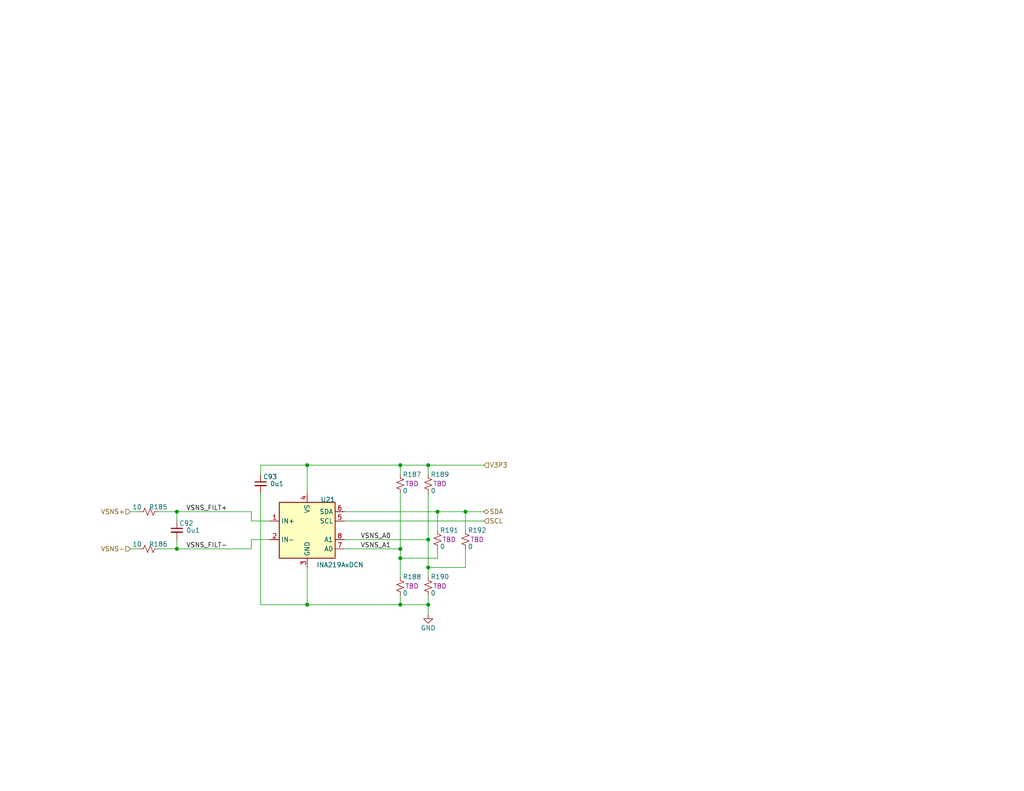
<source format=kicad_sch>
(kicad_sch (version 20211123) (generator eeschema)
  (paper "A")
  (title_block (title "Clock-Radio Main") (date "2022-03-05") (rev "0.5") (company "Ruralguru Projects") (comment 1 "Earl Watkins"))
  (lib_symbols
    (symbol "Analog_ADC:INA219AxDCN"
      (property "Reference" "U" (at -6.35 8.89 0))
      (property "Value" "INA219AxDCN" (at 6.35 8.89 0))
      (symbol "INA219AxDCN_0_1"
        (rectangle (start -7.62 7.62) (end 7.62 -7.62) (stroke (width 0.254)) (fill (type background)))
      )
      (symbol "INA219AxDCN_1_1"
        (pin input line (at -10.16 2.54 0) (length 2.54) (name "IN+") (number "1"))
        (pin input line (at -10.16 -2.54 0) (length 2.54) (name "IN-") (number "2"))
        (pin power_in line (at 0 -10.16 90) (length 2.54) (name "GND") (number "3"))
        (pin power_in line (at 0 10.16 270) (length 2.54) (name "VS") (number "4"))
        (pin input line (at 10.16 2.54 180) (length 2.54) (name "SCL") (number "5"))
        (pin bidirectional line (at 10.16 5.08 180) (length 2.54) (name "SDA") (number "6"))
        (pin input line (at 10.16 -5.08 180) (length 2.54) (name "A0") (number "7"))
        (pin input line (at 10.16 -2.54 180) (length 2.54) (name "A1") (number "8"))
      )
    )
    (symbol "Device:C_Small" (pin_numbers hide) (pin_names (offset 0.254) hide)
      (property "Reference" "C" (at 0.254 1.778 0))
      (property "Value" "C_Small" (at 0.254 -2.032 0))
      (symbol "C_Small_0_1"
        (polyline (pts (xy -1.524 -0.508) (xy 1.524 -0.508)) (stroke (width 0.3302)))
        (polyline (pts (xy -1.524 0.508) (xy 1.524 0.508)) (stroke (width 0.3048)))
      )
      (symbol "C_Small_1_1"
        (pin passive line (at 0 2.54 270) (length 2.032) (name "~") (number "1"))
        (pin passive line (at 0 -2.54 90) (length 2.032) (name "~") (number "2"))
      )
    )
    (symbol "Device:R_Small_US" (pin_numbers hide) (pin_names (offset 0.254) hide)
      (property "Reference" "R" (at 0.762 0.508 0))
      (property "Value" "R_Small_US" (at 0.762 -1.016 0))
      (symbol "R_Small_US_1_1"
        (polyline (pts (xy 0 0) (xy 1.016 -0.381) (xy 0 -0.762) (xy -1.016 -1.143) (xy 0 -1.524)))
        (polyline (pts (xy 0 1.524) (xy 1.016 1.143) (xy 0 0.762) (xy -1.016 0.381) (xy 0 0)))
        (pin passive line (at 0 2.54 270) (length 1.016) (name "~") (number "1"))
        (pin passive line (at 0 -2.54 90) (length 1.016) (name "~") (number "2"))
      )
    )
    (symbol "power:GND" (power) (pin_names (offset 0))
      (property "Value" "GND" (at 0 -3.81 0))
      (symbol "GND_0_1"
        (polyline (pts (xy 0 0) (xy 0 -1.27) (xy 1.27 -1.27) (xy 0 -2.54) (xy -1.27 -1.27) (xy 0 -1.27)))
      )
      (symbol "GND_1_1"
        (pin power_in line (at 0 0 270) (length 0) hide (name "GND") (number "1"))
      )
    )
  )
  (junction (at 109.22 165.1))
  (junction (at 116.84 165.1))
  (junction (at 48.26 139.7))
  (junction (at 109.22 149.86))
  (junction (at 116.84 127))
  (junction (at 83.82 165.1))
  (junction (at 119.38 139.7))
  (junction (at 127 139.7))
  (junction (at 48.26 149.86))
  (junction (at 83.82 127))
  (junction (at 116.84 147.32))
  (junction (at 116.84 154.94))
  (junction (at 109.22 127))
  (junction (at 109.22 152.4))
  (wire (pts (xy 109.22 127) (xy 83.82 127)))
  (wire (pts (xy 116.84 165.1) (xy 109.22 165.1)))
  (wire (pts (xy 48.26 139.7) (xy 48.26 142.24)))
  (wire (pts (xy 93.98 139.7) (xy 119.38 139.7)))
  (wire (pts (xy 109.22 127) (xy 109.22 129.54)))
  (wire (pts (xy 71.12 165.1) (xy 83.82 165.1)))
  (wire (pts (xy 48.26 147.32) (xy 48.26 149.86)))
  (wire (pts (xy 116.84 165.1) (xy 116.84 167.64)))
  (wire (pts (xy 109.22 162.56) (xy 109.22 165.1)))
  (wire (pts (xy 93.98 149.86) (xy 109.22 149.86)))
  (wire (pts (xy 71.12 127) (xy 71.12 129.54)))
  (wire (pts (xy 127 139.7) (xy 132.08 139.7)))
  (wire (pts (xy 38.1 149.86) (xy 35.56 149.86)))
  (wire (pts (xy 116.84 127) (xy 109.22 127)))
  (wire (pts (xy 83.82 154.94) (xy 83.82 165.1)))
  (wire (pts (xy 116.84 147.32) (xy 116.84 154.94)))
  (wire (pts (xy 73.66 142.24) (xy 68.58 142.24)))
  (wire (pts (xy 116.84 129.54) (xy 116.84 127)))
  (wire (pts (xy 116.84 134.62) (xy 116.84 147.32)))
  (wire (pts (xy 109.22 152.4) (xy 119.38 152.4)))
  (wire (pts (xy 109.22 165.1) (xy 83.82 165.1)))
  (wire (pts (xy 68.58 147.32) (xy 73.66 147.32)))
  (wire (pts (xy 116.84 154.94) (xy 127 154.94)))
  (wire (pts (xy 68.58 139.7) (xy 68.58 142.24)))
  (wire (pts (xy 119.38 139.7) (xy 127 139.7)))
  (wire (pts (xy 68.58 147.32) (xy 68.58 149.86)))
  (wire (pts (xy 93.98 142.24) (xy 132.08 142.24)))
  (wire (pts (xy 116.84 162.56) (xy 116.84 165.1)))
  (wire (pts (xy 38.1 139.7) (xy 35.56 139.7)))
  (wire (pts (xy 119.38 152.4) (xy 119.38 149.86)))
  (wire (pts (xy 119.38 139.7) (xy 119.38 144.78)))
  (wire (pts (xy 48.26 149.86) (xy 43.18 149.86)))
  (wire (pts (xy 83.82 127) (xy 83.82 134.62)))
  (wire (pts (xy 109.22 134.62) (xy 109.22 149.86)))
  (wire (pts (xy 116.84 154.94) (xy 116.84 157.48)))
  (wire (pts (xy 68.58 139.7) (xy 48.26 139.7)))
  (wire (pts (xy 71.12 134.62) (xy 71.12 165.1)))
  (wire (pts (xy 127 154.94) (xy 127 149.86)))
  (wire (pts (xy 109.22 149.86) (xy 109.22 152.4)))
  (wire (pts (xy 116.84 127) (xy 132.08 127)))
  (wire (pts (xy 83.82 127) (xy 71.12 127)))
  (wire (pts (xy 43.18 139.7) (xy 48.26 139.7)))
  (wire (pts (xy 109.22 152.4) (xy 109.22 157.48)))
  (wire (pts (xy 127 139.7) (xy 127 144.78)))
  (wire (pts (xy 68.58 149.86) (xy 48.26 149.86)))
  (wire (pts (xy 93.98 147.32) (xy 116.84 147.32)))
  (text "${SHEETNAME}" (at 12.7 30.48 0) (effects (font (size 10.16 10.16) (thickness 2.032) bold) (justify left bottom)))
  (label "VSNS_A1" (at 106.68 149.86 180))
  (label "VSNS_FILT-" (at 50.8 149.86 0))
  (label "VSNS_A0" (at 106.68 147.32 180))
  (label "VSNS_FILT+" (at 50.8 139.7 0))
  (hierarchical_label "SCL" (shape input) (at 132.08 142.24 0))
  (hierarchical_label "V3P3" (shape input) (at 132.08 127 0))
  (hierarchical_label "VSNS-" (shape input) (at 35.56 149.86 180))
  (hierarchical_label "SDA" (shape bidirectional) (at 132.08 139.7 0))
  (hierarchical_label "VSNS+" (shape input) (at 35.56 139.7 180))
  (symbol (lib_id "power:GND") (at 116.84 167.64 0)
    (property "Reference" "#PWR085" (effects hide))
    (property "Value" "GND" (at 116.84 171.45 0))
  )
  (symbol (lib_id "Device:C_Small") (at 48.26 144.78 0)
    (property "Reference" "C92" (at 48.895 142.875 0) (effects (justify left)))
    (property "Value" "0u1" (at 50.8 144.78 0) (effects (justify left)))
    (property "Footprint" "Capacitor_SMD:C_0603_1608Metric_Pad1.08x0.95mm_HandSolder" (effects hide))
    (property "Status" "ALWAYS" (effects hide))
    (property "MFR" "KEMET" (effects hide))
    (property "Vendor" "Mouser" (effects hide))
    (property "Vendor PN" "80-C0603C104J5R" (effects hide))
    (property "Description" "MLCC - SMD/SMT 50V 0.1uF X7R 0603 5%" (effects hide))
    (property "MPN" "C0603C104J5RACTU" (effects hide))
  )
  (symbol (lib_id "Device:R_Small_US") (at 40.64 139.7 270)
    (property "Reference" "R185" (at 43.18 138.43 90))
    (property "Value" "10" (at 38.7351 138.43 90) (effects (justify right)))
    (property "Footprint" "Resistor_SMD:R_0603_1608Metric_Pad0.98x0.95mm_HandSolder" (effects hide))
    (property "Description" "Resistors - SMD 10ohm 1% 1/10W" (effects hide))
    (property "MFR" "YAGEO" (effects hide))
    (property "MPN" "CR0603-FX-10R0ELF" (effects hide))
    (property "Vendor" "Mouser" (effects hide))
    (property "Vendor PN" "652-CR0603FX-10R0ELF" (effects hide))
  )
  (symbol (lib_id "Device:R_Small_US") (at 109.22 132.08 0)
    (property "Reference" "R187" (at 109.855 129.54 0) (effects (justify left)))
    (property "Value" "0" (at 109.855 133.985 0) (effects (justify left)))
    (property "Footprint" "Resistor_SMD:R_0603_1608Metric_Pad0.98x0.95mm_HandSolder" (effects hide))
    (property "Status" "TBD" (at 112.395 132.08 0))
    (property "Vendor" "Mouser" (effects hide))
    (property "Description" "Resistors - SMD 0 Ohms 100 mW 0603 1%" (effects hide))
    (property "MFR" "YAGEO" (effects hide))
    (property "MPN" "RC0603FR-130RL" (effects hide))
    (property "Vendor PN" "603-RC0603FR-130RL" (effects hide))
  )
  (symbol (lib_id "Device:R_Small_US") (at 116.84 160.02 0)
    (property "Reference" "R190" (at 117.475 157.48 0) (effects (justify left)))
    (property "Value" "0" (at 117.475 161.925 0) (effects (justify left)))
    (property "Footprint" "Resistor_SMD:R_0603_1608Metric_Pad0.98x0.95mm_HandSolder" (effects hide))
    (property "Status" "TBD" (at 120.015 160.02 0))
    (property "Vendor" "Mouser" (effects hide))
    (property "Description" "Resistors - SMD 0 Ohms 100 mW 0603 1%" (effects hide))
    (property "MFR" "YAGEO" (effects hide))
    (property "MPN" "RC0603FR-130RL" (effects hide))
    (property "Vendor PN" "603-RC0603FR-130RL" (effects hide))
  )
  (symbol (lib_id "Analog_ADC:INA219AxDCN") (at 83.82 144.78 0)
    (property "Reference" "U21" (at 91.44 137.16 0) (effects (justify right bottom)))
    (property "Value" "INA219AxDCN" (at 86.36 154.94 0) (effects (justify left bottom)))
    (property "Footprint" "Package_TO_SOT_SMD:SOT-23-8" (effects hide))
    (property "Datasheet" "http://www.ti.com/lit/ds/symlink/ina219.pdf" (effects hide))
    (property "Description" "Current & Power Monitors & Regulators 0-Drift Bi-Dir Crnt Pwr Monitor" (effects hide))
    (property "MFR" "Texas Instruments" (effects hide))
    (property "MPN" "INA219AIDCNR" (effects hide))
    (property "Status" "ALWAYS" (effects hide))
    (property "Vendor" "Mouser" (effects hide))
    (property "Vendor PN" "595-INA219AIDCNR" (effects hide))
  )
  (symbol (lib_id "Device:R_Small_US") (at 109.22 160.02 0)
    (property "Reference" "R188" (at 109.855 157.48 0) (effects (justify left)))
    (property "Value" "0" (at 109.855 161.925 0) (effects (justify left)))
    (property "Footprint" "Resistor_SMD:R_0603_1608Metric_Pad0.98x0.95mm_HandSolder" (effects hide))
    (property "Status" "TBD" (at 112.395 160.02 0))
    (property "Vendor" "Mouser" (effects hide))
    (property "Description" "Resistors - SMD 0 Ohms 100 mW 0603 1%" (effects hide))
    (property "MFR" "YAGEO" (effects hide))
    (property "MPN" "RC0603FR-130RL" (effects hide))
    (property "Vendor PN" "603-RC0603FR-130RL" (effects hide))
  )
  (symbol (lib_id "Device:R_Small_US") (at 119.38 147.32 0)
    (property "Reference" "R191" (at 120.015 144.78 0) (effects (justify left)))
    (property "Value" "0" (at 120.015 149.225 0) (effects (justify left)))
    (property "Footprint" "Resistor_SMD:R_0603_1608Metric_Pad0.98x0.95mm_HandSolder" (effects hide))
    (property "Status" "TBD" (at 122.555 147.32 0))
    (property "Vendor" "Mouser" (effects hide))
    (property "Description" "Resistors - SMD 0 Ohms 100 mW 0603 1%" (effects hide))
    (property "MFR" "YAGEO" (effects hide))
    (property "MPN" "RC0603FR-130RL" (effects hide))
    (property "Vendor PN" "603-RC0603FR-130RL" (effects hide))
  )
  (symbol (lib_id "Device:R_Small_US") (at 116.84 132.08 0)
    (property "Reference" "R189" (at 117.475 129.54 0) (effects (justify left)))
    (property "Value" "0" (at 117.475 133.985 0) (effects (justify left)))
    (property "Footprint" "Resistor_SMD:R_0603_1608Metric_Pad0.98x0.95mm_HandSolder" (effects hide))
    (property "Status" "TBD" (at 120.015 132.08 0))
    (property "Vendor" "Mouser" (effects hide))
    (property "Description" "Resistors - SMD 0 Ohms 100 mW 0603 1%" (effects hide))
    (property "MFR" "YAGEO" (effects hide))
    (property "MPN" "RC0603FR-130RL" (effects hide))
    (property "Vendor PN" "603-RC0603FR-130RL" (effects hide))
  )
  (symbol (lib_id "Device:R_Small_US") (at 40.64 149.86 270)
    (property "Reference" "R186" (at 43.18 148.59 90))
    (property "Value" "10" (at 38.7351 148.59 90) (effects (justify right)))
    (property "Footprint" "Resistor_SMD:R_0603_1608Metric_Pad0.98x0.95mm_HandSolder" (effects hide))
    (property "Description" "Resistors - SMD 10ohm 1% 1/10W" (effects hide))
    (property "MFR" "YAGEO" (effects hide))
    (property "MPN" "CR0603-FX-10R0ELF" (effects hide))
    (property "Vendor" "Mouser" (effects hide))
    (property "Vendor PN" "652-CR0603FX-10R0ELF" (effects hide))
  )
  (symbol (lib_id "Device:C_Small") (at 71.12 132.08 0)
    (property "Reference" "C93" (at 71.755 130.175 0) (effects (justify left)))
    (property "Value" "0u1" (at 73.66 132.08 0) (effects (justify left)))
    (property "Footprint" "Capacitor_SMD:C_0603_1608Metric_Pad1.08x0.95mm_HandSolder" (effects hide))
    (property "Status" "ALWAYS" (effects hide))
    (property "MFR" "KEMET" (effects hide))
    (property "Vendor" "Mouser" (effects hide))
    (property "Vendor PN" "80-C0603C104J5R" (effects hide))
    (property "Description" "MLCC - SMD/SMT 50V 0.1uF X7R 0603 5%" (effects hide))
    (property "MPN" "C0603C104J5RACTU" (effects hide))
  )
  (symbol (lib_id "Device:R_Small_US") (at 127 147.32 0)
    (property "Reference" "R192" (at 127.635 144.78 0) (effects (justify left)))
    (property "Value" "0" (at 127.635 149.225 0) (effects (justify left)))
    (property "Footprint" "Resistor_SMD:R_0603_1608Metric_Pad0.98x0.95mm_HandSolder" (effects hide))
    (property "Status" "TBD" (at 130.175 147.32 0))
    (property "Vendor" "Mouser" (effects hide))
    (property "Description" "Resistors - SMD 0 Ohms 100 mW 0603 1%" (effects hide))
    (property "MFR" "YAGEO" (effects hide))
    (property "MPN" "RC0603FR-130RL" (effects hide))
    (property "Vendor PN" "603-RC0603FR-130RL" (effects hide))
  )
)
</source>
